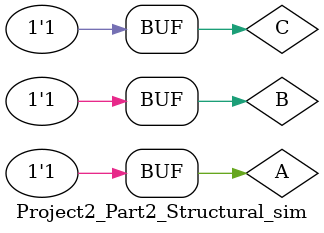
<source format=v>
`timescale 1ns / 1ps


module Project2_Part2_Structural_sim(

    );
    
    reg A, B, C;
    wire F1, F2;
    Project2_Part2_Structural UUT (A, B, C, F1, F2);
    initial begin
    A = 0; B = 0; C = 0; #100;
    A = 0; B = 0; C = 1; #100;
    A = 0; B = 1; C = 0; #100;
    A = 0; B = 1; C = 1; #100;
    A = 1; B = 0; C = 0; #100;
    A = 1; B = 0; C = 1; #100;
    A = 1; B = 1; C = 0; #100;
    A = 1; B = 1; C = 1; #100;
    end
endmodule

</source>
